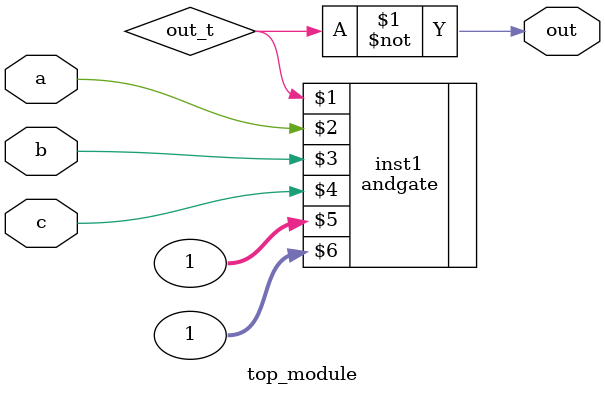
<source format=v>
module top_module (input a, input b, input c, output out);
    wire out_t;
	assign out = ~out_t;
        andgate inst1 ( out_t,a, b, c,1,1 );

endmodule

</source>
